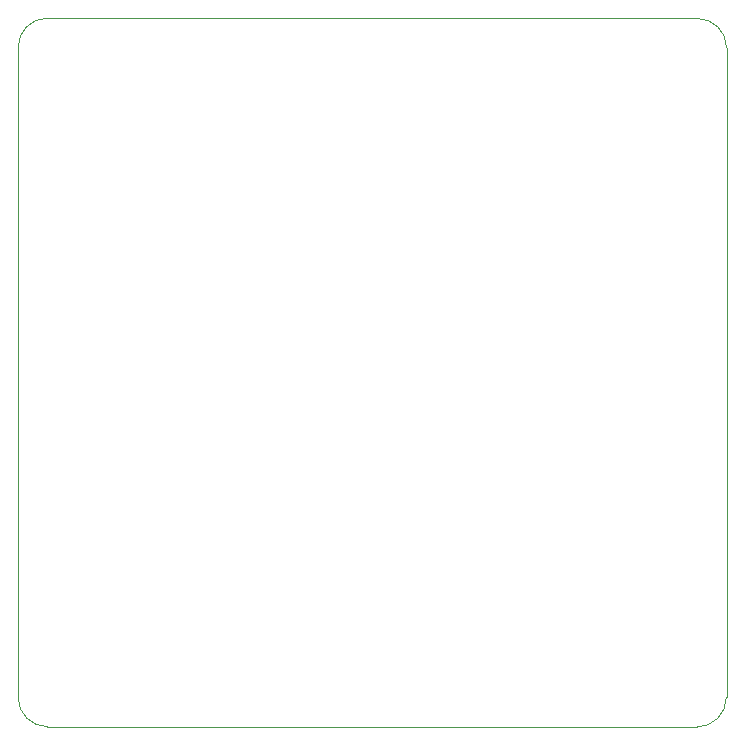
<source format=gbr>
G04 CAM350 V10.5 (Build 464) Date:  Mon Feb 15 08:33:08 2021 *
G04 Database: (Untitled) *
G04 Layer 4: ad57_adapter-Edge_Cuts.gbr *
%FSLAX23Y23*%
%MOIN*%
%SFA1.000B1.000*%

%MIA0B0*%
%IPPOS*%
%ADD20C,0.00197*%
%LNad57_adapter-Edge_Cuts.gbr*%
%LPD*%
G54D20*
X7165Y-4843D02*
G75*
G03X7264Y-4744J98D01*
X4902D02*
G03X5000Y-4843I98D01*
Y-2480D02*
G03X4902Y-2579J-98D01*
X7264D02*
G03X7165Y-2480I-98D01*
X4902Y-4744D02*
G01Y-2579D01*
X7165Y-4843D02*
G01X5000D01*
X7264Y-2579D02*
G01Y-4744D01*
X5000Y-2480D02*
G01X7165D01*
M02*

</source>
